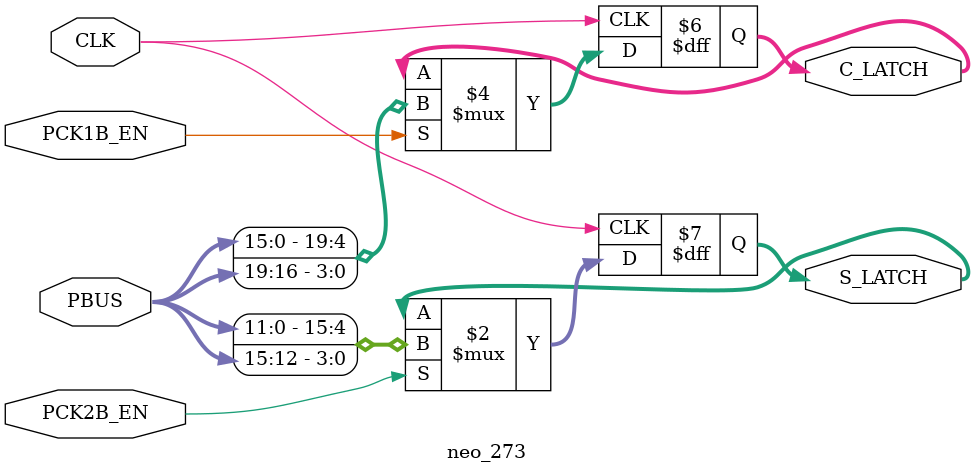
<source format=v>

module neo_273(
	input CLK,
	input [19:0] PBUS,
	input PCK1B_EN,
	input PCK2B_EN,
	output reg [19:0] C_LATCH,
	output reg [15:0] S_LATCH
);
	always @(posedge CLK) begin
		if (PCK1B_EN) C_LATCH <= {PBUS[15:0], PBUS[19:16]};
		if (PCK2B_EN) S_LATCH <= {PBUS[11:0], PBUS[15:12]};
	end
/*
	always @(posedge PCK1B)
	begin
		C_LATCH <= {PBUS[15:0], PBUS[19:16]};
	end
	
	always @(posedge PCK2B)
	begin
		S_LATCH <= {PBUS[11:0], PBUS[15:12]};
	end
*/
endmodule

</source>
